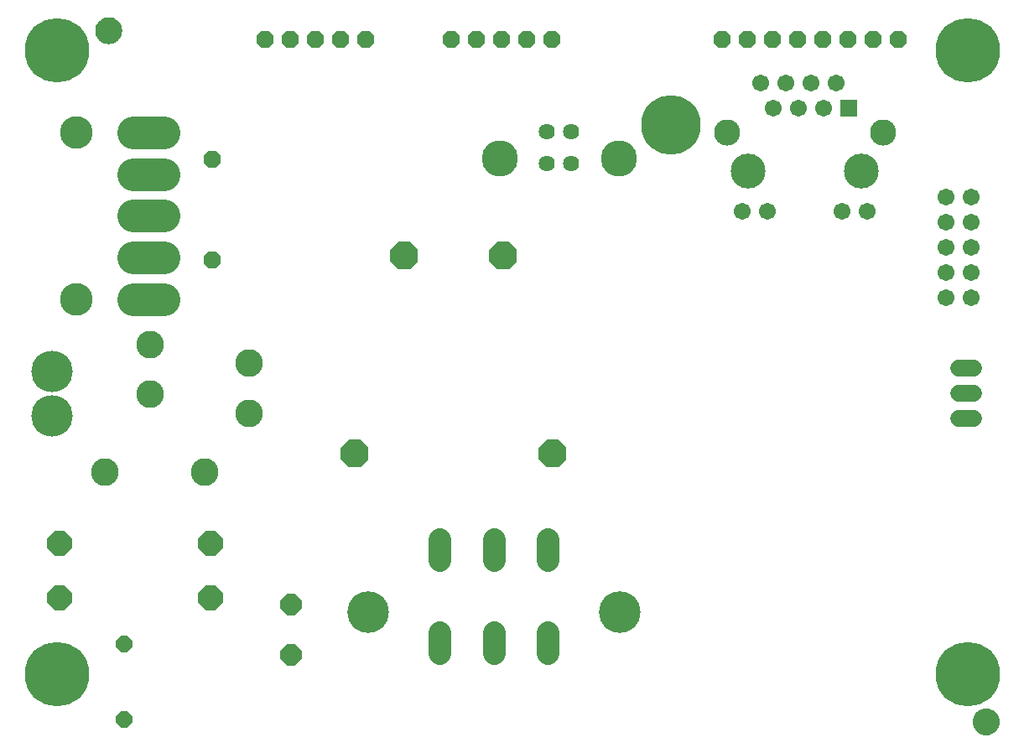
<source format=gbs>
G75*
G70*
%OFA0B0*%
%FSLAX24Y24*%
%IPPOS*%
%LPD*%
%AMOC8*
5,1,8,0,0,1.08239X$1,22.5*
%
%ADD10OC8,0.0973*%
%ADD11C,0.0907*%
%ADD12OC8,0.0640*%
%ADD13OC8,0.0840*%
%ADD14C,0.1653*%
%ADD15C,0.1100*%
%ADD16C,0.0674*%
%ADD17C,0.0674*%
%ADD18C,0.0640*%
%ADD19C,0.1436*%
%ADD20OC8,0.0674*%
%ADD21R,0.0674X0.0674*%
%ADD22C,0.1039*%
%ADD23C,0.1386*%
%ADD24OC8,0.0680*%
%ADD25C,0.0050*%
%ADD26OC8,0.1100*%
%ADD27C,0.1299*%
%ADD28C,0.1299*%
%ADD29C,0.2562*%
%ADD30C,0.1650*%
%ADD31C,0.2365*%
D10*
X034153Y010640D03*
X034128Y012820D03*
X040128Y012820D03*
X040153Y010640D03*
D11*
X049243Y009288D02*
X049243Y008463D01*
X051393Y008463D02*
X051393Y009288D01*
X053543Y009288D02*
X053543Y008463D01*
X053543Y012163D02*
X053543Y012988D01*
X051393Y012988D02*
X051393Y012163D01*
X049243Y012163D02*
X049243Y012988D01*
D12*
X036693Y008825D03*
X036693Y005825D03*
D13*
X043343Y008400D03*
X043343Y010400D03*
D14*
X046418Y010100D03*
X056418Y010100D03*
D15*
X039893Y015665D03*
X035956Y015665D03*
X041662Y018001D03*
X037725Y018749D03*
X041662Y019976D03*
X037725Y020724D03*
D16*
X069871Y019775D02*
X070465Y019775D01*
X070465Y018775D02*
X069871Y018775D01*
X069871Y017775D02*
X070465Y017775D01*
D17*
X070362Y022588D03*
X069362Y022588D03*
X069362Y023588D03*
X070362Y023588D03*
X070362Y024588D03*
X069362Y024588D03*
X069362Y025588D03*
X070362Y025588D03*
X070362Y026588D03*
X069362Y026588D03*
X066249Y026006D03*
X065249Y026006D03*
X062268Y026006D03*
X061268Y026006D03*
X062509Y030124D03*
X063509Y030124D03*
X064509Y030124D03*
X065009Y031124D03*
X064009Y031124D03*
X063009Y031124D03*
X062009Y031124D03*
D18*
X054487Y029190D03*
X053502Y029190D03*
X053502Y027930D03*
X054487Y027930D03*
D19*
X056365Y028127D03*
X051624Y028127D03*
D20*
X051693Y032850D03*
X050693Y032850D03*
X049693Y032850D03*
X052693Y032850D03*
X053693Y032850D03*
X060468Y032850D03*
X061468Y032850D03*
X062468Y032850D03*
X063468Y032850D03*
X064468Y032850D03*
X065468Y032850D03*
X066468Y032850D03*
X067468Y032850D03*
X046318Y032850D03*
X045318Y032850D03*
X044318Y032850D03*
X043318Y032850D03*
X042318Y032850D03*
D21*
X065509Y030124D03*
D22*
X066859Y029156D03*
X060658Y029156D03*
D23*
X061509Y027624D03*
X066009Y027624D03*
D24*
X040193Y028100D03*
X040193Y024100D03*
D25*
X036264Y032730D02*
X036180Y032708D01*
X036093Y032700D01*
X036006Y032708D01*
X035922Y032730D01*
X035843Y032767D01*
X035772Y032817D01*
X035710Y032879D01*
X035660Y032950D01*
X035623Y033029D01*
X035601Y033113D01*
X035593Y033200D01*
X035601Y033287D01*
X035623Y033371D01*
X035660Y033450D01*
X035710Y033521D01*
X035772Y033583D01*
X035843Y033633D01*
X035922Y033670D01*
X036006Y033692D01*
X036093Y033700D01*
X036180Y033692D01*
X036264Y033670D01*
X036343Y033633D01*
X036415Y033583D01*
X036476Y033521D01*
X036526Y033450D01*
X036563Y033371D01*
X036586Y033287D01*
X036593Y033200D01*
X036586Y033113D01*
X036563Y033029D01*
X036526Y032950D01*
X036476Y032879D01*
X036415Y032817D01*
X036343Y032767D01*
X036264Y032730D01*
X036280Y032738D02*
X035906Y032738D01*
X035816Y032786D02*
X036371Y032786D01*
X036432Y032835D02*
X035754Y032835D01*
X035707Y032883D02*
X036479Y032883D01*
X036513Y032932D02*
X035673Y032932D01*
X035646Y032980D02*
X036540Y032980D01*
X036563Y033029D02*
X035623Y033029D01*
X035610Y033077D02*
X036576Y033077D01*
X036587Y033126D02*
X035600Y033126D01*
X035595Y033174D02*
X036591Y033174D01*
X036591Y033223D02*
X035595Y033223D01*
X035599Y033271D02*
X036587Y033271D01*
X036577Y033320D02*
X035610Y033320D01*
X035623Y033368D02*
X036564Y033368D01*
X036542Y033417D02*
X035645Y033417D01*
X035671Y033465D02*
X036516Y033465D01*
X036482Y033514D02*
X035705Y033514D01*
X035751Y033562D02*
X036435Y033562D01*
X036375Y033611D02*
X035811Y033611D01*
X035899Y033659D02*
X036287Y033659D01*
X070797Y006195D02*
X070881Y006217D01*
X070968Y006225D01*
X071055Y006217D01*
X071139Y006195D01*
X071218Y006158D01*
X071290Y006108D01*
X071351Y006046D01*
X071401Y005975D01*
X071438Y005896D01*
X071461Y005812D01*
X071468Y005725D01*
X071461Y005638D01*
X071438Y005554D01*
X071401Y005475D01*
X071351Y005404D01*
X071290Y005342D01*
X071218Y005292D01*
X071139Y005255D01*
X071055Y005233D01*
X070968Y005225D01*
X070881Y005233D01*
X070797Y005255D01*
X070718Y005292D01*
X070647Y005342D01*
X070585Y005404D01*
X070535Y005475D01*
X070498Y005554D01*
X070476Y005638D01*
X070468Y005725D01*
X070476Y005812D01*
X070498Y005896D01*
X070535Y005975D01*
X070585Y006046D01*
X070647Y006108D01*
X070718Y006158D01*
X070797Y006195D01*
X070846Y006208D02*
X071090Y006208D01*
X071215Y006160D02*
X070721Y006160D01*
X070651Y006111D02*
X071285Y006111D01*
X071335Y006063D02*
X070601Y006063D01*
X070562Y006014D02*
X071374Y006014D01*
X071406Y005966D02*
X070531Y005966D01*
X070508Y005917D02*
X071428Y005917D01*
X071445Y005869D02*
X070491Y005869D01*
X070478Y005820D02*
X071458Y005820D01*
X071464Y005772D02*
X070472Y005772D01*
X070468Y005723D02*
X071468Y005723D01*
X071464Y005675D02*
X070473Y005675D01*
X070479Y005626D02*
X071457Y005626D01*
X071444Y005578D02*
X070492Y005578D01*
X070510Y005529D02*
X071426Y005529D01*
X071404Y005481D02*
X070533Y005481D01*
X070565Y005432D02*
X071371Y005432D01*
X071331Y005384D02*
X070605Y005384D01*
X070657Y005335D02*
X071280Y005335D01*
X071206Y005287D02*
X070730Y005287D01*
X070861Y005238D02*
X071075Y005238D01*
D26*
X053755Y016388D03*
X045881Y016388D03*
X047850Y024262D03*
X051787Y024262D03*
D27*
X038259Y024189D02*
X037078Y024189D01*
X037078Y022536D02*
X038259Y022536D01*
X038259Y025843D02*
X037078Y025843D01*
X037078Y027496D02*
X038259Y027496D01*
X038259Y029150D02*
X037078Y029150D01*
D28*
X034794Y029150D03*
X034794Y022536D03*
D29*
X034024Y007606D03*
X070244Y007606D03*
X070244Y032409D03*
X034024Y032409D03*
D30*
X033843Y019650D03*
X033843Y017900D03*
D31*
X058433Y029456D03*
M02*

</source>
